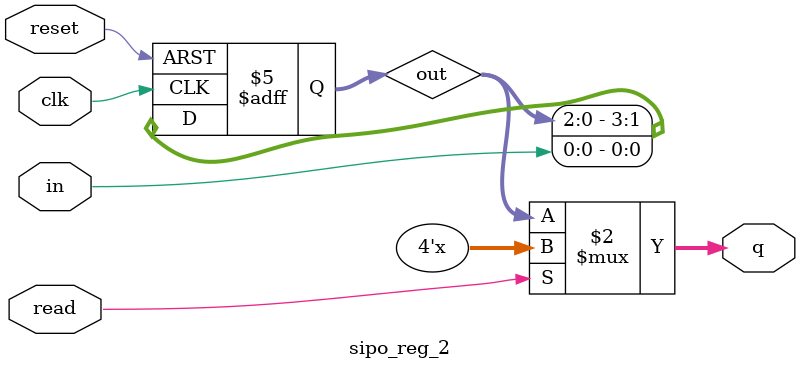
<source format=v>
`timescale 1ns / 1ps


module sipo_reg_2(
    input in,
    input clk,
    input reset,
    input read,
    output [3:0] q
    );
    reg [3:0] out;
    assign q = ~read ? out : 4'bzzzz; 
    always @(negedge clk or negedge reset) begin
        if(!reset) out <= 0;
        else
            out <= {out[2:0] , in};
    end
    
endmodule

</source>
